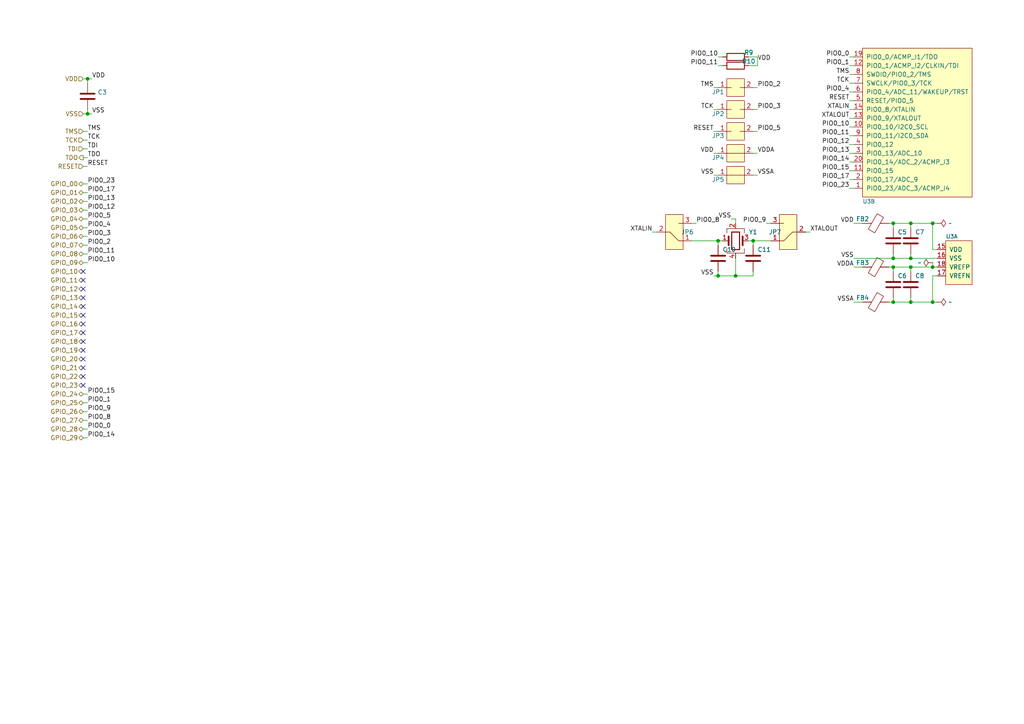
<source format=kicad_sch>
(kicad_sch (version 20211123) (generator eeschema)
  (paper "A4")
  (lib_symbols
    (symbol "Device:C" (pin_numbers hide) (pin_names (offset 0.254))
      (property "Reference" "C" (at 0.635 2.54 0))
      (property "Value" "C" (at 0.635 -2.54 0))
      (symbol "C_0_1"
        (polyline (pts (xy -2.032 -0.762) (xy 2.032 -0.762)) (stroke (width 0.508)))
        (polyline (pts (xy -2.032 0.762) (xy 2.032 0.762)) (stroke (width 0.508)))
      )
      (symbol "C_1_1"
        (pin passive line (at 0 3.81 270) (length 2.794) (name "~") (number "1"))
        (pin passive line (at 0 -3.81 90) (length 2.794) (name "~") (number "2"))
      )
    )
    (symbol "Device:Crystal_GND24" (pin_names (offset 1.016) hide)
      (property "Reference" "Y" (at 3.175 5.08 0))
      (property "Value" "Crystal_GND24" (at 3.175 3.175 0))
      (symbol "Crystal_GND24_0_1"
        (rectangle (start -1.143 2.54) (end 1.143 -2.54) (stroke (width 0.3048)))
        (polyline (pts (xy -2.54 0) (xy -2.032 0)))
        (polyline (pts (xy -2.032 -1.27) (xy -2.032 1.27)) (stroke (width 0.508)))
        (polyline (pts (xy 0 -3.81) (xy 0 -3.556)))
        (polyline (pts (xy 0 3.556) (xy 0 3.81)))
        (polyline (pts (xy 2.032 -1.27) (xy 2.032 1.27)) (stroke (width 0.508)))
        (polyline (pts (xy 2.032 0) (xy 2.54 0)))
        (polyline (pts (xy -2.54 -2.286) (xy -2.54 -3.556) (xy 2.54 -3.556) (xy 2.54 -2.286)))
        (polyline (pts (xy -2.54 2.286) (xy -2.54 3.556) (xy 2.54 3.556) (xy 2.54 2.286)))
      )
      (symbol "Crystal_GND24_1_1"
        (pin passive line (at -3.81 0 0) (length 1.27) (name "1") (number "1"))
        (pin passive line (at 0 5.08 270) (length 1.27) (name "2") (number "2"))
        (pin passive line (at 3.81 0 180) (length 1.27) (name "3") (number "3"))
        (pin passive line (at 0 -5.08 90) (length 1.27) (name "4") (number "4"))
      )
    )
    (symbol "Device:FerriteBead" (pin_numbers hide) (pin_names (offset 0))
      (property "Reference" "FB" (at -3.81 0.635 90))
      (property "Value" "FerriteBead" (at 3.81 0 90))
      (symbol "FerriteBead_0_1"
        (polyline (pts (xy 0 -1.27) (xy 0 -1.2192)))
        (polyline (pts (xy 0 1.27) (xy 0 1.2954)))
        (polyline (pts (xy -2.7686 0.4064) (xy -1.7018 2.2606) (xy 2.7686 -0.3048) (xy 1.6764 -2.159) (xy -2.7686 0.4064)))
      )
      (symbol "FerriteBead_1_1"
        (pin passive line (at 0 3.81 270) (length 2.54) (name "~") (number "1"))
        (pin passive line (at 0 -3.81 90) (length 2.54) (name "~") (number "2"))
      )
    )
    (symbol "Device:R" (pin_numbers hide) (pin_names (offset 0))
      (property "Reference" "R" (at 2.032 0 90))
      (property "Value" "R" (at 0 0 90))
      (symbol "R_0_1"
        (rectangle (start -1.016 -2.54) (end 1.016 2.54) (stroke (width 0.254)))
      )
      (symbol "R_1_1"
        (pin passive line (at 0 3.81 270) (length 1.27) (name "~") (number "1"))
        (pin passive line (at 0 -3.81 90) (length 1.27) (name "~") (number "2"))
      )
    )
    (symbol "SquantorNxp:LPC824M201JDH20" (pin_names (offset 1.016))
      (property "Reference" "U" (at -1.27 19.05 0))
      (property "Value" "LPC824M201JDH20" (at -7.62 -27.94 0))
      (symbol "LPC824M201JDH20_1_1"
        (rectangle (start -3.81 6.35) (end 3.81 -6.35) (fill (type background)))
        (pin power_in line (at -6.35 3.81 0) (length 2.54) (name "VDD") (number "15"))
        (pin power_in line (at -6.35 1.27 0) (length 2.54) (name "VSS") (number "16"))
        (pin power_in line (at -6.35 -3.81 0) (length 2.54) (name "VREFN") (number "17"))
        (pin power_in line (at -6.35 -1.27 0) (length 2.54) (name "VREFP") (number "18"))
      )
      (symbol "LPC824M201JDH20_2_1"
        (rectangle (start -15.24 17.78) (end 16.51 -25.4) (fill (type background)))
        (pin bidirectional line (at -17.78 -22.86 0) (length 2.54) (name "PIO0_23/ADC_3/ACMP_I4") (number "1"))
        (pin bidirectional line (at -17.78 -5.08 0) (length 2.54) (name "PIO0_10/I2C0_SCL") (number "10"))
        (pin bidirectional line (at -17.78 -17.78 0) (length 2.54) (name "PIO0_15") (number "11"))
        (pin bidirectional line (at -17.78 12.7 0) (length 2.54) (name "PIO0_1/ACMP_I2/CLKIN/TDI") (number "12"))
        (pin bidirectional line (at -17.78 -2.54 0) (length 2.54) (name "PIO0_9/XTALOUT") (number "13"))
        (pin bidirectional line (at -17.78 0 0) (length 2.54) (name "PIO0_8/XTALIN") (number "14"))
        (pin bidirectional line (at -17.78 15.24 0) (length 2.54) (name "PIO0_0/ACMP_I1/TDO") (number "19"))
        (pin bidirectional line (at -17.78 -20.32 0) (length 2.54) (name "PIO0_17/ADC_9") (number "2"))
        (pin bidirectional line (at -17.78 -15.24 0) (length 2.54) (name "PIO0_14/ADC_2/ACMP_I3") (number "20"))
        (pin bidirectional line (at -17.78 -12.7 0) (length 2.54) (name "PIO0_13/ADC_10") (number "3"))
        (pin bidirectional line (at -17.78 -10.16 0) (length 2.54) (name "PIO0_12") (number "4"))
        (pin bidirectional line (at -17.78 2.54 0) (length 2.54) (name "RESET/PIO0_5") (number "5"))
        (pin bidirectional line (at -17.78 5.08 0) (length 2.54) (name "PIO0_4/ADC_11/WAKEUP/TRST") (number "6"))
        (pin bidirectional line (at -17.78 7.62 0) (length 2.54) (name "SWCLK/PIO0_3/TCK") (number "7"))
        (pin bidirectional line (at -17.78 10.16 0) (length 2.54) (name "SWDIO/PIO0_2/TMS") (number "8"))
        (pin bidirectional line (at -17.78 -7.62 0) (length 2.54) (name "PIO0_11/I2C0_SDA") (number "9"))
      )
    )
    (symbol "SquantorSpecial:Solderjumper_2way_12conn" (pin_names (offset 1.016))
      (property "Reference" "JP" (at 0 3.81 0))
      (property "Value" "Solderjumper_2way_12conn" (at 0 -3.81 0))
      (symbol "Solderjumper_2way_12conn_0_1"
        (rectangle (start -2.54 2.54) (end 2.54 -2.54) (fill (type background)))
        (polyline (pts (xy -2.54 0) (xy -1.27 0)))
        (polyline (pts (xy -1.27 0) (xy 1.27 0)))
        (polyline (pts (xy 2.54 0) (xy 1.27 0)))
      )
      (symbol "Solderjumper_2way_12conn_1_1"
        (pin passive line (at -5.08 0 0) (length 2.54) (name "~") (number "1"))
        (pin passive line (at 5.08 0 180) (length 2.54) (name "~") (number "2"))
      )
    )
    (symbol "SquantorSpecial:Solderjumper_2way_noconn" (pin_names (offset 1.016))
      (property "Reference" "JP" (at 0 3.81 0))
      (property "Value" "Solderjumper_2way_noconn" (at 0 -3.81 0))
      (symbol "Solderjumper_2way_noconn_0_1"
        (rectangle (start -2.54 2.54) (end 2.54 -2.54) (fill (type background)))
        (polyline (pts (xy -2.54 0) (xy -1.27 0)))
        (polyline (pts (xy 2.54 0) (xy 1.27 0)))
      )
      (symbol "Solderjumper_2way_noconn_1_1"
        (pin passive line (at -5.08 0 0) (length 2.54) (name "~") (number "1"))
        (pin passive line (at 5.08 0 180) (length 2.54) (name "~") (number "2"))
      )
    )
    (symbol "SquantorSpecial:Solderjumper_3way_12conn" (pin_names (offset 1.016))
      (property "Reference" "JP" (at 0 6.35 0))
      (property "Value" "Solderjumper_3way_12conn" (at 0 -6.35 0))
      (symbol "Solderjumper_3way_12conn_0_1"
        (rectangle (start -2.54 5.08) (end 2.54 -5.08) (fill (type background)))
        (polyline (pts (xy -2.54 -2.54) (xy -1.27 -2.54)))
        (polyline (pts (xy -2.54 2.54) (xy -1.27 2.54)))
        (polyline (pts (xy -1.27 2.54) (xy 1.27 0)))
        (polyline (pts (xy 2.54 0) (xy 1.27 0)))
      )
      (symbol "Solderjumper_3way_12conn_1_1"
        (pin passive line (at -5.08 2.54 0) (length 2.54) (name "~") (number "1"))
        (pin passive line (at 5.08 0 180) (length 2.54) (name "~") (number "2"))
        (pin passive line (at -5.08 -2.54 0) (length 2.54) (name "~") (number "3"))
      )
    )
    (symbol "power:PWR_FLAG" (power) (pin_numbers hide) (pin_names (offset 0) hide)
      (property "Value" "PWR_FLAG" (at 0 3.81 0))
      (symbol "PWR_FLAG_0_0"
        (pin power_out line (at 0 0 90) (length 0) (name "pwr") (number "1"))
      )
      (symbol "PWR_FLAG_0_1"
        (polyline (pts (xy 0 0) (xy 0 1.27) (xy -1.016 1.905) (xy 0 2.54) (xy 1.016 1.905) (xy 0 1.27)))
      )
    )
  )
  (junction (at 264.16 87.63))
  (junction (at 208.28 69.85))
  (junction (at 25.4 22.86))
  (junction (at 213.36 80.01))
  (junction (at 264.16 77.47))
  (junction (at 270.51 64.77))
  (junction (at 208.28 80.01))
  (junction (at 259.08 77.47))
  (junction (at 259.08 87.63))
  (junction (at 270.51 87.63))
  (junction (at 259.08 74.93))
  (junction (at 218.44 69.85))
  (junction (at 259.08 64.77))
  (junction (at 270.51 77.47))
  (junction (at 264.16 74.93))
  (junction (at 264.16 64.77))
  (junction (at 25.4 33.02))
  (no_connect (at 24.13 106.68))
  (no_connect (at 24.13 99.06))
  (no_connect (at 24.13 78.74))
  (no_connect (at 24.13 83.82))
  (no_connect (at 24.13 104.14))
  (no_connect (at 24.13 109.22))
  (no_connect (at 24.13 111.76))
  (no_connect (at 24.13 96.52))
  (no_connect (at 24.13 91.44))
  (no_connect (at 24.13 88.9))
  (no_connect (at 24.13 86.36))
  (no_connect (at 24.13 81.28))
  (no_connect (at 24.13 93.98))
  (no_connect (at 24.13 101.6))
  (wire (pts (xy 25.4 60.96) (xy 24.13 60.96)))
  (wire (pts (xy 247.65 49.53) (xy 246.38 49.53)))
  (wire (pts (xy 218.44 71.12) (xy 218.44 69.85)))
  (wire (pts (xy 246.38 21.59) (xy 247.65 21.59)))
  (wire (pts (xy 264.16 64.77) (xy 264.16 66.04)))
  (wire (pts (xy 246.38 52.07) (xy 247.65 52.07)))
  (wire (pts (xy 246.38 36.83) (xy 247.65 36.83)))
  (wire (pts (xy 264.16 77.47) (xy 259.08 77.47)))
  (wire (pts (xy 219.71 44.45) (xy 218.44 44.45)))
  (wire (pts (xy 270.51 64.77) (xy 271.78 64.77)))
  (wire (pts (xy 208.28 50.8) (xy 207.01 50.8)))
  (wire (pts (xy 24.13 119.38) (xy 25.4 119.38)))
  (wire (pts (xy 189.23 67.31) (xy 190.5 67.31)))
  (wire (pts (xy 247.65 19.05) (xy 246.38 19.05)))
  (wire (pts (xy 25.4 127) (xy 24.13 127)))
  (wire (pts (xy 25.4 55.88) (xy 24.13 55.88)))
  (wire (pts (xy 259.08 86.36) (xy 259.08 87.63)))
  (wire (pts (xy 270.51 72.39) (xy 271.78 72.39)))
  (wire (pts (xy 259.08 64.77) (xy 259.08 66.04)))
  (wire (pts (xy 246.38 41.91) (xy 247.65 41.91)))
  (wire (pts (xy 246.38 31.75) (xy 247.65 31.75)))
  (wire (pts (xy 270.51 64.77) (xy 270.51 72.39)))
  (wire (pts (xy 218.44 38.1) (xy 219.71 38.1)))
  (wire (pts (xy 270.51 87.63) (xy 271.78 87.63)))
  (wire (pts (xy 270.51 80.01) (xy 270.51 87.63)))
  (wire (pts (xy 222.25 64.77) (xy 223.52 64.77)))
  (wire (pts (xy 24.13 114.3) (xy 25.4 114.3)))
  (wire (pts (xy 25.4 116.84) (xy 24.13 116.84)))
  (wire (pts (xy 259.08 73.66) (xy 259.08 74.93)))
  (wire (pts (xy 257.81 64.77) (xy 259.08 64.77)))
  (wire (pts (xy 219.71 19.05) (xy 217.17 19.05)))
  (wire (pts (xy 257.81 87.63) (xy 259.08 87.63)))
  (wire (pts (xy 24.13 68.58) (xy 25.4 68.58)))
  (wire (pts (xy 259.08 78.74) (xy 259.08 77.47)))
  (wire (pts (xy 200.66 69.85) (xy 208.28 69.85)))
  (wire (pts (xy 247.65 34.29) (xy 246.38 34.29)))
  (wire (pts (xy 247.65 24.13) (xy 246.38 24.13)))
  (wire (pts (xy 218.44 69.85) (xy 223.52 69.85)))
  (wire (pts (xy 213.36 80.01) (xy 208.28 80.01)))
  (wire (pts (xy 26.67 22.86) (xy 25.4 22.86)))
  (wire (pts (xy 25.4 66.04) (xy 24.13 66.04)))
  (wire (pts (xy 25.4 121.92) (xy 24.13 121.92)))
  (wire (pts (xy 264.16 87.63) (xy 259.08 87.63)))
  (wire (pts (xy 270.51 77.47) (xy 264.16 77.47)))
  (wire (pts (xy 247.65 54.61) (xy 246.38 54.61)))
  (wire (pts (xy 25.4 22.86) (xy 25.4 24.13)))
  (wire (pts (xy 259.08 74.93) (xy 247.65 74.93)))
  (wire (pts (xy 217.17 16.51) (xy 219.71 16.51)))
  (wire (pts (xy 24.13 43.18) (xy 25.4 43.18)))
  (wire (pts (xy 212.09 63.5) (xy 213.36 63.5)))
  (wire (pts (xy 24.13 38.1) (xy 25.4 38.1)))
  (wire (pts (xy 246.38 16.51) (xy 247.65 16.51)))
  (wire (pts (xy 264.16 78.74) (xy 264.16 77.47)))
  (wire (pts (xy 219.71 16.51) (xy 219.71 19.05)))
  (wire (pts (xy 259.08 74.93) (xy 264.16 74.93)))
  (wire (pts (xy 201.93 64.77) (xy 200.66 64.77)))
  (wire (pts (xy 219.71 31.75) (xy 218.44 31.75)))
  (wire (pts (xy 209.55 16.51) (xy 208.28 16.51)))
  (wire (pts (xy 213.36 63.5) (xy 213.36 64.77)))
  (wire (pts (xy 250.19 64.77) (xy 247.65 64.77)))
  (wire (pts (xy 208.28 31.75) (xy 207.01 31.75)))
  (wire (pts (xy 208.28 71.12) (xy 208.28 69.85)))
  (wire (pts (xy 247.65 87.63) (xy 250.19 87.63)))
  (wire (pts (xy 208.28 19.05) (xy 209.55 19.05)))
  (wire (pts (xy 24.13 73.66) (xy 25.4 73.66)))
  (wire (pts (xy 207.01 38.1) (xy 208.28 38.1)))
  (wire (pts (xy 270.51 87.63) (xy 264.16 87.63)))
  (wire (pts (xy 25.4 45.72) (xy 24.13 45.72)))
  (wire (pts (xy 246.38 46.99) (xy 247.65 46.99)))
  (wire (pts (xy 24.13 53.34) (xy 25.4 53.34)))
  (wire (pts (xy 259.08 64.77) (xy 264.16 64.77)))
  (wire (pts (xy 24.13 63.5) (xy 25.4 63.5)))
  (wire (pts (xy 207.01 44.45) (xy 208.28 44.45)))
  (wire (pts (xy 218.44 50.8) (xy 219.71 50.8)))
  (wire (pts (xy 208.28 78.74) (xy 208.28 80.01)))
  (wire (pts (xy 250.19 77.47) (xy 247.65 77.47)))
  (wire (pts (xy 247.65 44.45) (xy 246.38 44.45)))
  (wire (pts (xy 264.16 86.36) (xy 264.16 87.63)))
  (wire (pts (xy 259.08 77.47) (xy 257.81 77.47)))
  (wire (pts (xy 270.51 77.47) (xy 271.78 77.47)))
  (wire (pts (xy 26.67 33.02) (xy 25.4 33.02)))
  (wire (pts (xy 24.13 124.46) (xy 25.4 124.46)))
  (wire (pts (xy 218.44 78.74) (xy 218.44 80.01)))
  (wire (pts (xy 207.01 25.4) (xy 208.28 25.4)))
  (wire (pts (xy 270.51 76.2) (xy 270.51 77.47)))
  (wire (pts (xy 247.65 29.21) (xy 246.38 29.21)))
  (wire (pts (xy 25.4 33.02) (xy 25.4 31.75)))
  (wire (pts (xy 218.44 80.01) (xy 213.36 80.01)))
  (wire (pts (xy 264.16 74.93) (xy 271.78 74.93)))
  (wire (pts (xy 213.36 74.93) (xy 213.36 80.01)))
  (wire (pts (xy 25.4 76.2) (xy 24.13 76.2)))
  (wire (pts (xy 233.68 67.31) (xy 234.95 67.31)))
  (wire (pts (xy 246.38 26.67) (xy 247.65 26.67)))
  (wire (pts (xy 208.28 80.01) (xy 207.01 80.01)))
  (wire (pts (xy 24.13 22.86) (xy 25.4 22.86)))
  (wire (pts (xy 25.4 40.64) (xy 24.13 40.64)))
  (wire (pts (xy 24.13 33.02) (xy 25.4 33.02)))
  (wire (pts (xy 218.44 69.85) (xy 217.17 69.85)))
  (wire (pts (xy 264.16 73.66) (xy 264.16 74.93)))
  (wire (pts (xy 264.16 64.77) (xy 270.51 64.77)))
  (wire (pts (xy 25.4 71.12) (xy 24.13 71.12)))
  (wire (pts (xy 218.44 25.4) (xy 219.71 25.4)))
  (wire (pts (xy 24.13 58.42) (xy 25.4 58.42)))
  (wire (pts (xy 247.65 39.37) (xy 246.38 39.37)))
  (wire (pts (xy 271.78 80.01) (xy 270.51 80.01)))
  (wire (pts (xy 24.13 48.26) (xy 25.4 48.26)))
  (wire (pts (xy 208.28 69.85) (xy 209.55 69.85)))
  (label "PIO0_15" (at 246.38 49.53 180))
  (label "VSS" (at 26.67 33.02 0))
  (label "PIO0_12" (at 246.38 41.91 180))
  (label "XTALOUT" (at 246.38 34.29 180))
  (label "PIO0_3" (at 219.71 31.75 0))
  (label "PIO0_17" (at 25.4 55.88 0))
  (label "PIO0_13" (at 246.38 44.45 180))
  (label "VSS" (at 207.01 80.01 180))
  (label "XTALIN" (at 246.38 31.75 180))
  (label "TDI" (at 25.4 43.18 0))
  (label "XTALIN" (at 189.23 67.31 180))
  (label "PIO0_10" (at 246.38 36.83 180))
  (label "PIO0_0" (at 25.4 124.46 0))
  (label "PIO0_4" (at 246.38 26.67 180))
  (label "VDDA" (at 219.71 44.45 0))
  (label "TCK" (at 207.01 31.75 180))
  (label "PIO0_9" (at 25.4 119.38 0))
  (label "VSS" (at 212.09 63.5 180))
  (label "VDD" (at 219.71 17.78 0))
  (label "PIO0_17" (at 246.38 52.07 180))
  (label "PIO0_10" (at 208.28 16.51 180))
  (label "PIO0_23" (at 25.4 53.34 0))
  (label "PIO0_5" (at 25.4 63.5 0))
  (label "TMS" (at 25.4 38.1 0))
  (label "PIO0_23" (at 246.38 54.61 180))
  (label "PIO0_3" (at 25.4 68.58 0))
  (label "PIO0_12" (at 25.4 60.96 0))
  (label "PIO0_1" (at 25.4 116.84 0))
  (label "VDD" (at 247.65 64.77 180))
  (label "PIO0_14" (at 25.4 127 0))
  (label "VSS" (at 247.65 74.93 180))
  (label "PIO0_11" (at 246.38 39.37 180))
  (label "VDDA" (at 247.65 77.47 180))
  (label "PIO0_5" (at 219.71 38.1 0))
  (label "TCK" (at 25.4 40.64 0))
  (label "PIO0_11" (at 25.4 73.66 0))
  (label "PIO0_4" (at 25.4 66.04 0))
  (label "XTALOUT" (at 234.95 67.31 0))
  (label "PIO0_13" (at 25.4 58.42 0))
  (label "VSSA" (at 247.65 87.63 180))
  (label "PIO0_14" (at 246.38 46.99 180))
  (label "RESET" (at 207.01 38.1 180))
  (label "TMS" (at 207.01 25.4 180))
  (label "PIO0_9" (at 222.25 64.77 180))
  (label "PIO0_0" (at 246.38 16.51 180))
  (label "VDD" (at 207.01 44.45 180))
  (label "VSSA" (at 219.71 50.8 0))
  (label "PIO0_11" (at 208.28 19.05 180))
  (label "PIO0_2" (at 219.71 25.4 0))
  (label "TCK" (at 246.38 24.13 180))
  (label "PIO0_10" (at 25.4 76.2 0))
  (label "RESET" (at 25.4 48.26 0))
  (label "PIO0_8" (at 25.4 121.92 0))
  (label "RESET" (at 246.38 29.21 180))
  (label "PIO0_1" (at 246.38 19.05 180))
  (label "PIO0_15" (at 25.4 114.3 0))
  (label "PIO0_2" (at 25.4 71.12 0))
  (label "VSS" (at 207.01 50.8 180))
  (label "VDD" (at 26.67 22.86 0))
  (label "TMS" (at 246.38 21.59 180))
  (label "PIO0_8" (at 201.93 64.77 0))
  (label "TDO" (at 25.4 45.72 0))
  (hierarchical_label "GPIO_07" (shape bidirectional) (at 24.13 71.12 180))
  (hierarchical_label "VDD" (shape input) (at 24.13 22.86 180))
  (hierarchical_label "GPIO_17" (shape bidirectional) (at 24.13 96.52 180))
  (hierarchical_label "GPIO_06" (shape bidirectional) (at 24.13 68.58 180))
  (hierarchical_label "TMS" (shape input) (at 24.13 38.1 180))
  (hierarchical_label "GPIO_28" (shape bidirectional) (at 24.13 124.46 180))
  (hierarchical_label "TCK" (shape input) (at 24.13 40.64 180))
  (hierarchical_label "GPIO_27" (shape bidirectional) (at 24.13 121.92 180))
  (hierarchical_label "GPIO_13" (shape bidirectional) (at 24.13 86.36 180))
  (hierarchical_label "GPIO_09" (shape bidirectional) (at 24.13 76.2 180))
  (hierarchical_label "GPIO_01" (shape bidirectional) (at 24.13 55.88 180))
  (hierarchical_label "GPIO_03" (shape bidirectional) (at 24.13 60.96 180))
  (hierarchical_label "GPIO_29" (shape bidirectional) (at 24.13 127 180))
  (hierarchical_label "TDI" (shape input) (at 24.13 43.18 180))
  (hierarchical_label "GPIO_26" (shape bidirectional) (at 24.13 119.38 180))
  (hierarchical_label "GPIO_00" (shape bidirectional) (at 24.13 53.34 180))
  (hierarchical_label "GPIO_21" (shape bidirectional) (at 24.13 106.68 180))
  (hierarchical_label "GPIO_22" (shape bidirectional) (at 24.13 109.22 180))
  (hierarchical_label "GPIO_15" (shape bidirectional) (at 24.13 91.44 180))
  (hierarchical_label "GPIO_18" (shape bidirectional) (at 24.13 99.06 180))
  (hierarchical_label "GPIO_04" (shape bidirectional) (at 24.13 63.5 180))
  (hierarchical_label "GPIO_25" (shape bidirectional) (at 24.13 116.84 180))
  (hierarchical_label "GPIO_24" (shape bidirectional) (at 24.13 114.3 180))
  (hierarchical_label "GPIO_19" (shape bidirectional) (at 24.13 101.6 180))
  (hierarchical_label "GPIO_12" (shape bidirectional) (at 24.13 83.82 180))
  (hierarchical_label "TDO" (shape output) (at 24.13 45.72 180))
  (hierarchical_label "VSS" (shape input) (at 24.13 33.02 180))
  (hierarchical_label "GPIO_02" (shape bidirectional) (at 24.13 58.42 180))
  (hierarchical_label "GPIO_10" (shape bidirectional) (at 24.13 78.74 180))
  (hierarchical_label "GPIO_11" (shape bidirectional) (at 24.13 81.28 180))
  (hierarchical_label "RESET" (shape input) (at 24.13 48.26 180))
  (hierarchical_label "GPIO_23" (shape bidirectional) (at 24.13 111.76 180))
  (hierarchical_label "GPIO_08" (shape bidirectional) (at 24.13 73.66 180))
  (hierarchical_label "GPIO_05" (shape bidirectional) (at 24.13 66.04 180))
  (hierarchical_label "GPIO_20" (shape bidirectional) (at 24.13 104.14 180))
  (hierarchical_label "GPIO_16" (shape bidirectional) (at 24.13 93.98 180))
  (hierarchical_label "GPIO_14" (shape bidirectional) (at 24.13 88.9 180))
  (symbol (lib_id "Device:C") (at 25.4 27.94 0) (unit 1)
    (property "Reference" "C3" (at 28.321 26.7716 0) (effects (justify left)))
  )
  (symbol (lib_id "SquantorSpecial:Solderjumper_2way_noconn") (at 213.36 38.1 0) (unit 1)
    (property "Reference" "JP3" (at 208.28 39.37 0))
  )
  (symbol (lib_id "SquantorSpecial:Solderjumper_2way_noconn") (at 213.36 31.75 0) (unit 1)
    (property "Reference" "JP2" (at 208.28 33.02 0))
  )
  (symbol (lib_id "SquantorSpecial:Solderjumper_2way_noconn") (at 213.36 25.4 0) (unit 1)
    (property "Reference" "JP1" (at 208.28 26.67 0))
  )
  (symbol (lib_id "SquantorSpecial:Solderjumper_2way_12conn") (at 213.36 44.45 0) (unit 1)
    (property "Reference" "JP4" (at 208.28 45.72 0))
  )
  (symbol (lib_id "SquantorSpecial:Solderjumper_2way_12conn") (at 213.36 50.8 0) (unit 1)
    (property "Reference" "JP5" (at 208.28 52.07 0))
  )
  (symbol (lib_id "SquantorNxp:LPC824M201JDH20") (at 278.13 76.2 0) (unit 1)
    (property "Reference" "U3" (at 274.32 68.58 0) (effects (font (size 1.143 1.143)) (justify left)))
  )
  (symbol (lib_id "SquantorNxp:LPC824M201JDH20") (at 265.43 31.75 0) (unit 2)
    (property "Reference" "U3" (at 250.19 58.42 0) (effects (font (size 1.143 1.143)) (justify left)))
  )
  (symbol (lib_id "Device:FerriteBead") (at 254 64.77 270) (unit 1)
    (property "Reference" "FB2" (at 250.19 63.5 90))
  )
  (symbol (lib_id "Device:C") (at 259.08 69.85 0) (unit 1)
    (property "Reference" "C5" (at 260.35 67.31 0) (effects (justify left)))
  )
  (symbol (lib_id "Device:C") (at 264.16 69.85 0) (unit 1)
    (property "Reference" "C7" (at 265.43 67.31 0) (effects (justify left)))
  )
  (symbol (lib_id "power:PWR_FLAG") (at 271.78 64.77 270) (unit 1)
    (property "Reference" "#FLG0101" (effects hide))
  )
  (symbol (lib_id "Device:FerriteBead") (at 254 77.47 270) (unit 1)
    (property "Reference" "FB3" (at 250.19 76.2 90))
  )
  (symbol (lib_id "power:PWR_FLAG") (at 270.51 76.2 90) (unit 1)
    (property "Reference" "#FLG0102" (effects hide))
  )
  (symbol (lib_id "power:PWR_FLAG") (at 271.78 87.63 270) (unit 1)
    (property "Reference" "#FLG0103" (effects hide))
  )
  (symbol (lib_id "Device:C") (at 259.08 82.55 0) (unit 1)
    (property "Reference" "C6" (at 260.35 80.01 0) (effects (justify left)))
  )
  (symbol (lib_id "Device:C") (at 264.16 82.55 0) (unit 1)
    (property "Reference" "C8" (at 265.43 80.01 0) (effects (justify left)))
  )
  (symbol (lib_id "Device:FerriteBead") (at 254 87.63 270) (unit 1)
    (property "Reference" "FB4" (at 250.19 86.36 90))
  )
  (symbol (lib_id "Device:R") (at 213.36 16.51 270) (unit 1)
    (property "Reference" "R9" (at 217.17 15.24 90))
  )
  (symbol (lib_id "Device:R") (at 213.36 19.05 270) (unit 1)
    (property "Reference" "R10" (at 217.17 17.78 90))
  )
  (symbol (lib_id "SquantorSpecial:Solderjumper_3way_12conn") (at 195.58 67.31 180) (unit 1)
    (property "Reference" "JP6" (at 199.39 67.31 0))
  )
  (symbol (lib_id "SquantorSpecial:Solderjumper_3way_12conn") (at 228.6 67.31 0) (mirror x) (unit 1)
    (property "Reference" "JP7" (at 224.79 67.31 0))
  )
  (symbol (lib_id "Device:Crystal_GND24") (at 213.36 69.85 0) (unit 1)
    (property "Reference" "Y1" (at 217.17 67.31 0) (effects (justify left)))
  )
  (symbol (lib_id "Device:C") (at 208.28 74.93 0) (unit 1)
    (property "Reference" "C10" (at 209.55 72.39 0) (effects (justify left)))
  )
  (symbol (lib_id "Device:C") (at 218.44 74.93 0) (unit 1)
    (property "Reference" "C11" (at 219.71 72.39 0) (effects (justify left)))
  )
)
</source>
